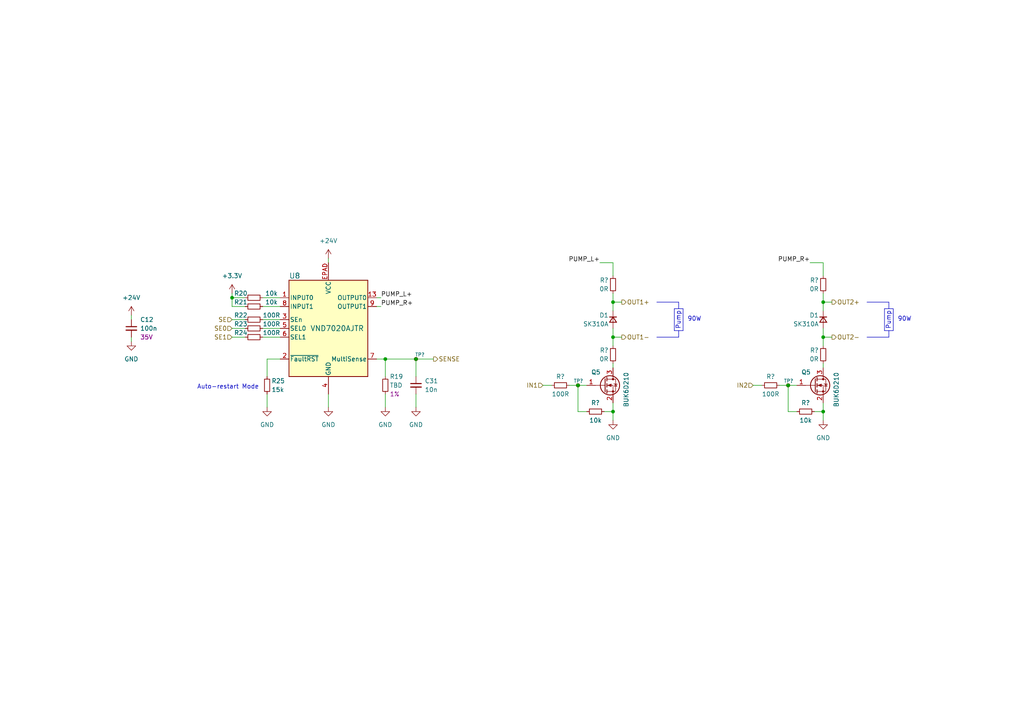
<source format=kicad_sch>
(kicad_sch (version 20230121) (generator eeschema)
  (paper "A4")
  (title_block (title "Pumps") (date "2023-10-01") (rev "${REVISION}") (company "Author: I. Kajdan") (comment 1 "Reviewer:"))
  (lib_symbols
    (symbol "Connector:TestPoint_Small" (pin_numbers hide) (pin_names (offset 0.762) hide)
      (property "Reference" "TP" (at 0 3.81 0))
      (property "Value" "TestPoint_Small" (at 0 2.032 0))
      (symbol "TestPoint_Small_0_1"
        (circle (center 0 0) (radius 0.508))
      )
      (symbol "TestPoint_Small_1_1"
        (pin passive line (at 0 0 90) (length 0) (name "1") (number "1"))
      )
    )
    (symbol "Device:C_Small" (pin_numbers hide) (pin_names (offset 0.254) hide)
      (property "Reference" "C" (at 0.254 1.778 0))
      (property "Value" "C_Small" (at 0.254 -2.032 0))
      (symbol "C_Small_0_1"
        (polyline (pts (xy -1.524 -0.508) (xy 1.524 -0.508)) (stroke (width 0.3302)))
        (polyline (pts (xy -1.524 0.508) (xy 1.524 0.508)) (stroke (width 0.3048)))
      )
      (symbol "C_Small_1_1"
        (pin passive line (at 0 2.54 270) (length 2.032) (name "~") (number "1"))
        (pin passive line (at 0 -2.54 90) (length 2.032) (name "~") (number "2"))
      )
    )
    (symbol "Device:D_Small" (pin_numbers hide) (pin_names (offset 0.254) hide)
      (property "Reference" "D" (at -1.27 2.032 0))
      (property "Value" "D_Small" (at -3.81 -2.032 0))
      (symbol "D_Small_0_1"
        (polyline (pts (xy -0.762 -1.016) (xy -0.762 1.016)) (stroke (width 0.254)))
        (polyline (pts (xy -0.762 0) (xy 0.762 0)))
        (polyline (pts (xy 0.762 -1.016) (xy -0.762 0) (xy 0.762 1.016) (xy 0.762 -1.016)) (stroke (width 0.254)))
      )
      (symbol "D_Small_1_1"
        (pin passive line (at -2.54 0 0) (length 1.778) (name "K") (number "1"))
        (pin passive line (at 2.54 0 180) (length 1.778) (name "A") (number "2"))
      )
    )
    (symbol "Device:Q_NMOS_GSD" (pin_names (offset 0) hide)
      (property "Reference" "Q" (at 5.08 1.27 0))
      (property "Value" "Q_NMOS_GSD" (at 5.08 -1.27 0))
      (symbol "Q_NMOS_GSD_0_1"
        (polyline (pts (xy 0.254 0) (xy -2.54 0)))
        (polyline (pts (xy 0.254 1.905) (xy 0.254 -1.905)) (stroke (width 0.254)))
        (polyline (pts (xy 0.762 -1.27) (xy 0.762 -2.286)) (stroke (width 0.254)))
        (polyline (pts (xy 0.762 0.508) (xy 0.762 -0.508)) (stroke (width 0.254)))
        (polyline (pts (xy 0.762 2.286) (xy 0.762 1.27)) (stroke (width 0.254)))
        (polyline (pts (xy 2.54 2.54) (xy 2.54 1.778)))
        (polyline (pts (xy 2.54 -2.54) (xy 2.54 0) (xy 0.762 0)))
        (polyline (pts (xy 0.762 -1.778) (xy 3.302 -1.778) (xy 3.302 1.778) (xy 0.762 1.778)))
        (polyline (pts (xy 1.016 0) (xy 2.032 0.381) (xy 2.032 -0.381) (xy 1.016 0)) (fill (type outline)))
        (polyline (pts (xy 2.794 0.508) (xy 2.921 0.381) (xy 3.683 0.381) (xy 3.81 0.254)))
        (polyline (pts (xy 3.302 0.381) (xy 2.921 -0.254) (xy 3.683 -0.254) (xy 3.302 0.381)))
        (circle (center 1.651 0) (radius 2.794) (stroke (width 0.254)))
        (circle (center 2.54 -1.778) (radius 0.254) (fill (type outline)))
        (circle (center 2.54 1.778) (radius 0.254) (fill (type outline)))
      )
      (symbol "Q_NMOS_GSD_1_1"
        (pin input line (at -5.08 0 0) (length 2.54) (name "G") (number "1"))
        (pin passive line (at 2.54 -5.08 90) (length 2.54) (name "S") (number "2"))
        (pin passive line (at 2.54 5.08 270) (length 2.54) (name "D") (number "3"))
      )
    )
    (symbol "Device:R_Small" (pin_numbers hide) (pin_names (offset 0.254) hide)
      (property "Reference" "R" (at 0.762 0.508 0))
      (property "Value" "R_Small" (at 0.762 -1.016 0))
      (symbol "R_Small_0_1"
        (rectangle (start -0.762 1.778) (end 0.762 -1.778) (stroke (width 0.2032)))
      )
      (symbol "R_Small_1_1"
        (pin passive line (at 0 2.54 270) (length 0.762) (name "~") (number "1"))
        (pin passive line (at 0 -2.54 90) (length 0.762) (name "~") (number "2"))
      )
    )
    (symbol "VND7020AJTR:VND7020AJTR" (pin_names (offset 0.254))
      (property "Reference" "U" (at -11.43 15.24 0))
      (property "Value" "VND7020AJTR" (at 2.54 0 0))
      (symbol "VND7020AJTR_0_1"
        (rectangle (start -11.43 13.97) (end 11.43 -13.97) (stroke (width 0.254)) (fill (type background)))
      )
      (symbol "VND7020AJTR_1_1"
        (pin input line (at -13.97 8.89 0) (length 2.54) (name "INPUT0") (number "1"))
        (pin output line (at 13.97 6.35 180) (length 2.54) hide (name "OUTPUT1") (number "10"))
        (pin output line (at 13.97 6.35 180) (length 2.54) hide (name "OUTPUT1") (number "11"))
        (pin output line (at 13.97 6.35 180) (length 2.54) hide (name "OUTPUT1") (number "12"))
        (pin output line (at 13.97 8.89 180) (length 2.54) (name "OUTPUT0") (number "13"))
        (pin output line (at 13.97 8.89 180) (length 2.54) hide (name "OUTPUT0") (number "14"))
        (pin output line (at 13.97 8.89 180) (length 2.54) hide (name "OUTPUT0") (number "15"))
        (pin output line (at 13.97 8.89 180) (length 2.54) hide (name "OUTPUT0") (number "16"))
        (pin input line (at -13.97 -8.89 0) (length 2.54) (name "~{FaultRST}") (number "2"))
        (pin input line (at -13.97 2.54 0) (length 2.54) (name "SEn") (number "3"))
        (pin power_in line (at 0 -19.05 90) (length 5.08) (name "GND") (number "4"))
        (pin input line (at -13.97 0 0) (length 2.54) (name "SEL0") (number "5"))
        (pin input line (at -13.97 -2.54 0) (length 2.54) (name "SEL1") (number "6"))
        (pin passive line (at 13.97 -8.89 180) (length 2.54) (name "MultiSense") (number "7"))
        (pin input line (at -13.97 6.35 0) (length 2.54) (name "INPUT1") (number "8"))
        (pin output line (at 13.97 6.35 180) (length 2.54) (name "OUTPUT1") (number "9"))
        (pin power_in line (at 0 19.05 270) (length 5.08) (name "VCC") (number "EPAD"))
      )
    )
    (symbol "power:+24V" (power) (pin_names (offset 0))
      (property "Value" "+24V" (at 0 3.556 0))
      (symbol "+24V_0_1"
        (polyline (pts (xy -0.762 1.27) (xy 0 2.54)))
        (polyline (pts (xy 0 0) (xy 0 2.54)))
        (polyline (pts (xy 0 2.54) (xy 0.762 1.27)))
      )
      (symbol "+24V_1_1"
        (pin power_in line (at 0 0 90) (length 0) hide (name "+24V") (number "1"))
      )
    )
    (symbol "power:+3.3V" (power) (pin_names (offset 0))
      (property "Value" "+3.3V" (at 0 3.556 0))
      (symbol "+3.3V_0_1"
        (polyline (pts (xy -0.762 1.27) (xy 0 2.54)))
        (polyline (pts (xy 0 0) (xy 0 2.54)))
        (polyline (pts (xy 0 2.54) (xy 0.762 1.27)))
      )
      (symbol "+3.3V_1_1"
        (pin power_in line (at 0 0 90) (length 0) hide (name "+3.3V") (number "1"))
      )
    )
    (symbol "power:GND" (power) (pin_names (offset 0))
      (property "Value" "GND" (at 0 -3.81 0))
      (symbol "GND_0_1"
        (polyline (pts (xy 0 0) (xy 0 -1.27) (xy 1.27 -1.27) (xy 0 -2.54) (xy -1.27 -1.27) (xy 0 -1.27)))
      )
      (symbol "GND_1_1"
        (pin power_in line (at 0 0 270) (length 0) hide (name "GND") (number "1"))
      )
    )
  )
  (junction (at 120.65 104.14))
  (junction (at 111.76 104.14))
  (junction (at 177.8 87.63))
  (junction (at 177.8 97.79))
  (junction (at 228.6 111.76))
  (junction (at 177.8 119.38))
  (junction (at 67.31 86.36))
  (junction (at 238.76 119.38))
  (junction (at 238.76 87.63))
  (junction (at 167.64 111.76))
  (junction (at 238.76 97.79))
  (polyline (pts (xy 259.08 89.535) (xy 259.08 95.885)))
  (wire (pts (xy 218.44 111.76) (xy 220.98 111.76)))
  (wire (pts (xy 95.25 114.3) (xy 95.25 118.11)))
  (polyline (pts (xy 259.08 95.885) (xy 256.54 95.885)))
  (wire (pts (xy 120.65 104.14) (xy 125.73 104.14)))
  (wire (pts (xy 110.49 88.9) (xy 109.22 88.9)))
  (polyline (pts (xy 198.12 89.535) (xy 198.12 95.885)))
  (polyline (pts (xy 256.54 89.535) (xy 259.08 89.535)))
  (wire (pts (xy 76.2 97.79) (xy 81.28 97.79)))
  (polyline (pts (xy 196.85 87.63) (xy 196.85 89.535)))
  (wire (pts (xy 77.47 114.3) (xy 77.47 118.11)))
  (polyline (pts (xy 251.46 97.79) (xy 257.81 97.79)))
  (wire (pts (xy 177.8 116.84) (xy 177.8 119.38)))
  (wire (pts (xy 67.31 95.25) (xy 71.12 95.25)))
  (wire (pts (xy 111.76 114.3) (xy 111.76 118.11)))
  (wire (pts (xy 76.2 92.71) (xy 81.28 92.71)))
  (wire (pts (xy 241.3 97.79) (xy 238.76 97.79)))
  (wire (pts (xy 238.76 97.79) (xy 238.76 100.33)))
  (wire (pts (xy 238.76 87.63) (xy 238.76 90.17)))
  (wire (pts (xy 177.8 87.63) (xy 177.8 90.17)))
  (wire (pts (xy 238.76 87.63) (xy 241.3 87.63)))
  (wire (pts (xy 238.76 85.09) (xy 238.76 87.63)))
  (wire (pts (xy 111.76 104.14) (xy 120.65 104.14)))
  (wire (pts (xy 234.95 76.2) (xy 238.76 76.2)))
  (wire (pts (xy 236.22 119.38) (xy 238.76 119.38)))
  (wire (pts (xy 76.2 95.25) (xy 81.28 95.25)))
  (wire (pts (xy 167.64 119.38) (xy 170.18 119.38)))
  (wire (pts (xy 77.47 104.14) (xy 77.47 109.22)))
  (polyline (pts (xy 195.58 89.535) (xy 198.12 89.535)))
  (wire (pts (xy 228.6 111.76) (xy 231.14 111.76)))
  (polyline (pts (xy 190.5 97.79) (xy 196.85 97.79)))
  (wire (pts (xy 67.31 92.71) (xy 71.12 92.71)))
  (wire (pts (xy 95.25 74.93) (xy 95.25 76.2)))
  (wire (pts (xy 238.76 80.01) (xy 238.76 76.2)))
  (wire (pts (xy 167.64 111.76) (xy 167.64 119.38)))
  (wire (pts (xy 177.8 85.09) (xy 177.8 87.63)))
  (polyline (pts (xy 195.58 95.885) (xy 195.58 89.535)))
  (wire (pts (xy 109.22 104.14) (xy 111.76 104.14)))
  (wire (pts (xy 238.76 119.38) (xy 238.76 121.92)))
  (wire (pts (xy 175.26 119.38) (xy 177.8 119.38)))
  (wire (pts (xy 157.48 111.76) (xy 160.02 111.76)))
  (wire (pts (xy 173.99 76.2) (xy 177.8 76.2)))
  (wire (pts (xy 165.1 111.76) (xy 167.64 111.76)))
  (polyline (pts (xy 257.81 87.63) (xy 257.81 89.535)))
  (wire (pts (xy 177.8 97.79) (xy 177.8 100.33)))
  (wire (pts (xy 167.64 111.76) (xy 170.18 111.76)))
  (wire (pts (xy 111.76 104.14) (xy 111.76 109.22)))
  (polyline (pts (xy 190.5 87.63) (xy 196.85 87.63)))
  (wire (pts (xy 180.34 97.79) (xy 177.8 97.79)))
  (wire (pts (xy 67.31 86.36) (xy 67.31 88.9)))
  (wire (pts (xy 177.8 80.01) (xy 177.8 76.2)))
  (wire (pts (xy 177.8 105.41) (xy 177.8 106.68)))
  (wire (pts (xy 120.65 114.3) (xy 120.65 118.11)))
  (wire (pts (xy 76.2 86.36) (xy 81.28 86.36)))
  (wire (pts (xy 228.6 119.38) (xy 231.14 119.38)))
  (wire (pts (xy 238.76 105.41) (xy 238.76 106.68)))
  (wire (pts (xy 77.47 104.14) (xy 81.28 104.14)))
  (polyline (pts (xy 251.46 87.63) (xy 257.81 87.63)))
  (wire (pts (xy 67.31 86.36) (xy 71.12 86.36)))
  (wire (pts (xy 76.2 88.9) (xy 81.28 88.9)))
  (wire (pts (xy 226.06 111.76) (xy 228.6 111.76)))
  (wire (pts (xy 67.31 88.9) (xy 71.12 88.9)))
  (wire (pts (xy 67.31 85.09) (xy 67.31 86.36)))
  (polyline (pts (xy 256.54 95.885) (xy 256.54 89.535)))
  (wire (pts (xy 228.6 111.76) (xy 228.6 119.38)))
  (wire (pts (xy 238.76 95.25) (xy 238.76 97.79)))
  (wire (pts (xy 38.1 97.79) (xy 38.1 99.06)))
  (wire (pts (xy 177.8 87.63) (xy 180.34 87.63)))
  (wire (pts (xy 177.8 119.38) (xy 177.8 121.92)))
  (wire (pts (xy 110.49 86.36) (xy 109.22 86.36)))
  (wire (pts (xy 238.76 116.84) (xy 238.76 119.38)))
  (polyline (pts (xy 198.12 95.885) (xy 195.58 95.885)))
  (polyline (pts (xy 196.85 95.885) (xy 196.85 97.79)))
  (wire (pts (xy 67.31 97.79) (xy 71.12 97.79)))
  (wire (pts (xy 177.8 95.25) (xy 177.8 97.79)))
  (polyline (pts (xy 257.81 95.885) (xy 257.81 97.79)))
  (wire (pts (xy 120.65 104.14) (xy 120.65 109.22)))
  (wire (pts (xy 38.1 91.44) (xy 38.1 92.71)))
  (text "90W" (at 199.39 93.345 0) (effects (font (size 1.27 1.27)) (justify left bottom)))
  (text "Auto-restart Mode" (at 57.15 113.03 0) (effects (font (size 1.27 1.27)) (justify left bottom)))
  (text "Pump" (at 197.485 95.631 90) (effects (font (size 1.27 1.27)) (justify left bottom)))
  (text "Pump" (at 258.445 95.631 90) (effects (font (size 1.27 1.27)) (justify left bottom)))
  (text "90W" (at 260.35 93.345 0) (effects (font (size 1.27 1.27)) (justify left bottom)))
  (label "PUMP_L+" (at 173.99 76.2 180))
  (label "PUMP_R+" (at 234.95 76.2 180))
  (label "PUMP_R+" (at 110.49 88.9 0))
  (label "PUMP_L+" (at 110.49 86.36 0))
  (hierarchical_label "IN2" (shape input) (at 218.44 111.76 180))
  (hierarchical_label "OUT1+" (shape output) (at 180.34 87.63 0))
  (hierarchical_label "SE" (shape input) (at 67.31 92.71 180))
  (hierarchical_label "IN1" (shape input) (at 157.48 111.76 180))
  (hierarchical_label "OUT2-" (shape output) (at 241.3 97.79 0))
  (hierarchical_label "SE1" (shape input) (at 67.31 97.79 180))
  (hierarchical_label "OUT2+" (shape output) (at 241.3 87.63 0))
  (hierarchical_label "SENSE" (shape output) (at 125.73 104.14 0))
  (hierarchical_label "OUT1-" (shape output) (at 180.34 97.79 0))
  (hierarchical_label "SE0" (shape input) (at 67.31 95.25 180))
  (symbol (lib_id "Connector:TestPoint_Small") (at 167.64 111.76 0) (unit 1)
    (property "Reference" "TP?" (at 166.37 110.49 0) (effects (font (size 1 1)) (justify left)))
    (property "Value" "TestPoint_Small" (effects hide))
    (property "Footprint" "TestPoint:TestPoint_Pad_D1.0mm" (effects hide))
    (instances (project "rearbox" (path "" (reference "TP?") (unit 1)) (path "" (reference "TP3") (unit 1)) (path "" (reference "TP1") (unit 1)) (path "" (reference "TP43") (unit 1)) (path "" (reference "TP16") (unit 1)) (path "" (reference "TP20") (unit 1))))
  )
  (symbol (lib_id "Device:R_Small") (at 238.76 102.87 180) (unit 1)
    (property "Reference" "R?" (at 237.49 101.6 0) (effects (justify left)))
    (property "Value" "0R" (at 237.49 104.14 0) (effects (justify left)))
    (property "Footprint" "Resistor_SMD:R_0603_1608Metric" (effects hide))
    (instances (project "rearbox" (path "" (reference "R?") (unit 1)) (path "" (reference "R?") (unit 1)) (path "" (reference "R96") (unit 1)) (path "" (reference "R?") (unit 1)) (path "" (reference "R34") (unit 1)) (path "" (reference "R44") (unit 1))) (project "Traction_Control_System" (path "" (reference "R?") (unit 1)) (path "" (reference "R?") (unit 1))))
  )
  (symbol (lib_id "power:+24V") (at 95.25 74.93 0) (unit 1)
    (property "Reference" "#PWR020" (effects hide))
    (property "Value" "+24V" (at 95.25 69.85 0))
    (instances (project "rearbox" (path "" (reference "#PWR020") (unit 1)) (path "" (reference "#PWR071") (unit 1)) (path "" (reference "#PWR085") (unit 1))))
  )
  (symbol (lib_id "Device:R_Small") (at 223.52 111.76 270) (unit 1)
    (property "Reference" "R?" (at 223.52 109.22 90))
    (property "Value" "100R" (at 223.52 114.3 90))
    (property "Footprint" "Resistor_SMD:R_0603_1608Metric" (effects hide))
    (instances (project "rearbox" (path "" (reference "R?") (unit 1)) (path "" (reference "R?") (unit 1)) (path "" (reference "R94") (unit 1)) (path "" (reference "R?") (unit 1)) (path "" (reference "R31") (unit 1)) (path "" (reference "R41") (unit 1))) (project "Traction_Control_System" (path "" (reference "R?") (unit 1)) (path "" (reference "R?") (unit 1))))
  )
  (symbol (lib_id "Device:D_Small") (at 238.76 92.71 90) (mirror x) (unit 1)
    (property "Reference" "D1" (at 237.49 91.44 90) (effects (justify left)))
    (property "Value" "SK310A" (at 237.49 93.98 90) (effects (justify left)))
    (property "Footprint" "Diode_SMD:D_SMA" (effects hide))
    (property "Datasheet" "https://www.smc-diodes.com/propdf/SK310A%20N0945%20REV.A.pdf" (effects hide))
    (instances (project "control_board" (path "" (reference "D1") (unit 1))) (project "rearbox" (path "" (reference "D1") (unit 1)) (path "" (reference "D4") (unit 1)) (path "" (reference "D6") (unit 1))))
  )
  (symbol (lib_id "Device:R_Small") (at 233.68 119.38 270) (unit 1)
    (property "Reference" "R?" (at 233.68 116.84 90))
    (property "Value" "10k" (at 233.68 121.92 90))
    (property "Footprint" "Resistor_SMD:R_0603_1608Metric" (effects hide))
    (instances (project "DV_ASSI" (path "" (reference "R?") (unit 1))) (project "rearbox" (path "" (reference "R37") (unit 1)) (path "" (reference "R22") (unit 1)) (path "" (reference "R42") (unit 1)) (path "" (reference "R32") (unit 1))))
  )
  (symbol (lib_id "Connector:TestPoint_Small") (at 120.65 104.14 0) (unit 1)
    (property "Reference" "TP?" (at 123.19 102.87 0) (effects (font (size 1 1)) (justify right)))
    (property "Value" "TestPoint_Small" (effects hide))
    (property "Footprint" "TestPoint:TestPoint_Pad_D1.0mm" (effects hide))
    (instances (project "rearbox" (path "" (reference "TP?") (unit 1)) (path "" (reference "TP3") (unit 1)) (path "" (reference "TP1") (unit 1)) (path "" (reference "TP49") (unit 1)) (path "" (reference "TP1") (unit 1)) (path "" (reference "TP15") (unit 1)) (path "" (reference "TP19") (unit 1))))
  )
  (symbol (lib_id "Device:R_Small") (at 172.72 119.38 270) (unit 1)
    (property "Reference" "R?" (at 172.72 116.84 90))
    (property "Value" "10k" (at 172.72 121.92 90))
    (property "Footprint" "Resistor_SMD:R_0603_1608Metric" (effects hide))
    (instances (project "DV_ASSI" (path "" (reference "R?") (unit 1))) (project "rearbox" (path "" (reference "R37") (unit 1)) (path "" (reference "R22") (unit 1)) (path "" (reference "R38") (unit 1)) (path "" (reference "R28") (unit 1))))
  )
  (symbol (lib_id "power:GND") (at 38.1 99.06 0) (unit 1)
    (property "Reference" "#PWR?" (effects hide))
    (property "Value" "GND" (at 38.1 104.14 0))
    (instances (project "rearbox" (path "" (reference "#PWR?") (unit 1)) (path "" (reference "#PWR?") (unit 1)) (path "" (reference "#PWR0130") (unit 1)) (path "" (reference "#PWR?") (unit 1)) (path "" (reference "#PWR069") (unit 1)) (path "" (reference "#PWR082") (unit 1))) (project "Traction_Control_System" (path "" (reference "#PWR?") (unit 1)) (path "" (reference "#PWR?") (unit 1))))
  )
  (symbol (lib_id "Device:C_Small") (at 38.1 95.25 0) (mirror y) (unit 1)
    (property "Reference" "C12" (at 40.64 92.71 0) (effects (justify right)))
    (property "Value" "100n" (at 40.64 95.25 0) (effects (justify right)))
    (property "Footprint" "Capacitor_SMD:C_0603_1608Metric" (effects hide))
    (property "Rated Voltage" "35V" (at 40.64 97.79 0) (effects (justify right)))
    (instances (project "rearbox" (path "" (reference "C12") (unit 1)) (path "" (reference "C30") (unit 1)) (path "" (reference "C33") (unit 1))))
  )
  (symbol (lib_id "Device:R_Small") (at 73.66 88.9 90) (mirror x) (unit 1)
    (property "Reference" "R21" (at 69.85 87.63 90))
    (property "Value" "10k" (at 78.74 87.63 90))
    (property "Footprint" "Resistor_SMD:R_0603_1608Metric" (effects hide))
    (instances (project "rearbox" (path "" (reference "R21") (unit 1)) (path "" (reference "R31") (unit 1))))
  )
  (symbol (lib_id "Device:R_Small") (at 73.66 95.25 90) (mirror x) (unit 1)
    (property "Reference" "R23" (at 69.85 93.98 90))
    (property "Value" "100R" (at 78.74 93.98 90))
    (property "Footprint" "Resistor_SMD:R_0603_1608Metric" (effects hide))
    (instances (project "rearbox" (path "" (reference "R23") (unit 1)) (path "" (reference "R33") (unit 1))))
  )
  (symbol (lib_id "power:GND") (at 177.8 121.92 0) (unit 1)
    (property "Reference" "#PWR?" (effects hide))
    (property "Value" "GND" (at 177.8 127 0))
    (instances (project "rearbox" (path "" (reference "#PWR?") (unit 1)) (path "" (reference "#PWR?") (unit 1)) (path "" (reference "#PWR0130") (unit 1)) (path "" (reference "#PWR?") (unit 1)) (path "" (reference "#PWR075") (unit 1)) (path "" (reference "#PWR089") (unit 1))) (project "Traction_Control_System" (path "" (reference "#PWR?") (unit 1)) (path "" (reference "#PWR?") (unit 1))))
  )
  (symbol (lib_id "VND7020AJTR:VND7020AJTR") (at 95.25 95.25 0) (unit 1)
    (property "Reference" "U8" (at 83.82 80.01 0) (effects (font (size 1.524 1.524)) (justify left)))
    (property "Value" "VND7020AJTR" (at 97.79 95.25 0) (effects (font (size 1.524 1.524))))
    (property "Footprint" "Local_Library:VND7020AJTR" (effects hide))
    (property "Datasheet" "https://www.mouser.pl/datasheet/2/389/vnd7020aj-1852633.pdf" (effects hide))
  )
  (symbol (lib_id "Connector:TestPoint_Small") (at 228.6 111.76 0) (unit 1)
    (property "Reference" "TP?" (at 227.33 110.49 0) (effects (font (size 1 1)) (justify left)))
    (property "Value" "TestPoint_Small" (effects hide))
    (property "Footprint" "TestPoint:TestPoint_Pad_D1.0mm" (effects hide))
    (instances (project "rearbox" (path "" (reference "TP?") (unit 1)) (path "" (reference "TP3") (unit 1)) (path "" (reference "TP1") (unit 1)) (path "" (reference "TP43") (unit 1)) (path "" (reference "TP17") (unit 1)) (path "" (reference "TP21") (unit 1))))
  )
  (symbol (lib_id "power:GND") (at 95.25 118.11 0) (unit 1)
    (property "Reference" "#PWR?" (effects hide))
    (property "Value" "GND" (at 95.25 123.19 0))
    (instances (project "rearbox" (path "" (reference "#PWR?") (unit 1)) (path "" (reference "#PWR?") (unit 1)) (path "" (reference "#PWR0130") (unit 1)) (path "" (reference "#PWR?") (unit 1)) (path "" (reference "#PWR072") (unit 1)) (path "" (reference "#PWR086") (unit 1))) (project "Traction_Control_System" (path "" (reference "#PWR?") (unit 1)) (path "" (reference "#PWR?") (unit 1))))
  )
  (symbol (lib_id "Device:R_Small") (at 162.56 111.76 270) (unit 1)
    (property "Reference" "R?" (at 162.56 109.22 90))
    (property "Value" "100R" (at 162.56 114.3 90))
    (property "Footprint" "Resistor_SMD:R_0603_1608Metric" (effects hide))
    (instances (project "rearbox" (path "" (reference "R?") (unit 1)) (path "" (reference "R?") (unit 1)) (path "" (reference "R94") (unit 1)) (path "" (reference "R?") (unit 1)) (path "" (reference "R27") (unit 1)) (path "" (reference "R37") (unit 1))) (project "Traction_Control_System" (path "" (reference "R?") (unit 1)) (path "" (reference "R?") (unit 1))))
  )
  (symbol (lib_id "Device:Q_NMOS_GSD") (at 236.22 111.76 0) (unit 1)
    (property "Reference" "Q5" (at 232.41 107.95 0) (effects (justify left)))
    (property "Value" "BUK6D210" (at 242.57 118.11 90) (effects (justify left)))
    (property "Footprint" "Package_DFN_QFN:Diodes_UDFN2020-6_Type-F" (effects hide))
    (property "Datasheet" "https://www.mouser.pl/datasheet/2/916/BUK6D210_60E-1596115.pdf" (effects hide))
    (instances (project "rearbox" (path "" (reference "Q5") (unit 1)) (path "" (reference "Q10") (unit 1)) (path "" (reference "Q3") (unit 1)) (path "" (reference "Q5") (unit 1))))
  )
  (symbol (lib_id "power:+3.3V") (at 67.31 85.09 0) (unit 1)
    (property "Reference" "#PWR010" (effects hide))
    (property "Value" "+3.3V" (at 67.31 80.01 0))
    (instances (project "rearbox" (path "" (reference "#PWR010") (unit 1)) (path "" (reference "#PWR0203") (unit 1)) (path "" (reference "#PWR083") (unit 1))))
  )
  (symbol (lib_id "Device:Q_NMOS_GSD") (at 175.26 111.76 0) (unit 1)
    (property "Reference" "Q5" (at 171.45 107.95 0) (effects (justify left)))
    (property "Value" "BUK6D210" (at 181.61 118.11 90) (effects (justify left)))
    (property "Footprint" "Package_DFN_QFN:Diodes_UDFN2020-6_Type-F" (effects hide))
    (property "Datasheet" "https://www.mouser.pl/datasheet/2/916/BUK6D210_60E-1596115.pdf" (effects hide))
    (instances (project "rearbox" (path "" (reference "Q5") (unit 1)) (path "" (reference "Q10") (unit 1)) (path "" (reference "Q2") (unit 1)) (path "" (reference "Q4") (unit 1))))
  )
  (symbol (lib_id "Device:R_Small") (at 73.66 97.79 90) (mirror x) (unit 1)
    (property "Reference" "R24" (at 69.85 96.52 90))
    (property "Value" "100R" (at 78.74 96.52 90))
    (property "Footprint" "Resistor_SMD:R_0603_1608Metric" (effects hide))
    (instances (project "rearbox" (path "" (reference "R24") (unit 1)) (path "" (reference "R34") (unit 1))))
  )
  (symbol (lib_id "Device:D_Small") (at 177.8 92.71 90) (mirror x) (unit 1)
    (property "Reference" "D1" (at 176.53 91.44 90) (effects (justify left)))
    (property "Value" "SK310A" (at 176.53 93.98 90) (effects (justify left)))
    (property "Footprint" "Diode_SMD:D_SMA" (effects hide))
    (property "Datasheet" "https://www.smc-diodes.com/propdf/SK310A%20N0945%20REV.A.pdf" (effects hide))
    (instances (project "control_board" (path "" (reference "D1") (unit 1))) (project "rearbox" (path "" (reference "D1") (unit 1)) (path "" (reference "D3") (unit 1)) (path "" (reference "D5") (unit 1))))
  )
  (symbol (lib_id "Device:R_Small") (at 73.66 92.71 90) (mirror x) (unit 1)
    (property "Reference" "R22" (at 69.85 91.44 90))
    (property "Value" "100R" (at 78.74 91.44 90))
    (property "Footprint" "Resistor_SMD:R_0603_1608Metric" (effects hide))
    (instances (project "rearbox" (path "" (reference "R22") (unit 1)) (path "" (reference "R32") (unit 1))))
  )
  (symbol (lib_id "Device:R_Small") (at 238.76 82.55 180) (unit 1)
    (property "Reference" "R?" (at 237.49 81.28 0) (effects (justify left)))
    (property "Value" "0R" (at 237.49 83.82 0) (effects (justify left)))
    (property "Footprint" "Resistor_SMD:R_0603_1608Metric" (effects hide))
    (instances (project "rearbox" (path "" (reference "R?") (unit 1)) (path "" (reference "R?") (unit 1)) (path "" (reference "R96") (unit 1)) (path "" (reference "R?") (unit 1)) (path "" (reference "R33") (unit 1)) (path "" (reference "R43") (unit 1))) (project "Traction_Control_System" (path "" (reference "R?") (unit 1)) (path "" (reference "R?") (unit 1))))
  )
  (symbol (lib_id "power:GND") (at 120.65 118.11 0) (unit 1)
    (property "Reference" "#PWR?" (effects hide))
    (property "Value" "GND" (at 120.65 123.19 0))
    (instances (project "rearbox" (path "" (reference "#PWR?") (unit 1)) (path "" (reference "#PWR?") (unit 1)) (path "" (reference "#PWR0130") (unit 1)) (path "" (reference "#PWR?") (unit 1)) (path "" (reference "#PWR074") (unit 1)) (path "" (reference "#PWR088") (unit 1))) (project "Traction_Control_System" (path "" (reference "#PWR?") (unit 1)) (path "" (reference "#PWR?") (unit 1))))
  )
  (symbol (lib_id "Device:R_Small") (at 111.76 111.76 0) (unit 1)
    (property "Reference" "R19" (at 113.03 109.22 0) (effects (justify left)))
    (property "Value" "TBD" (at 113.03 111.76 0) (effects (justify left)))
    (property "Footprint" "Resistor_SMD:R_0603_1608Metric" (effects hide))
    (property "Tolerance" "1%" (at 113.03 114.3 0) (effects (justify left)))
    (instances (project "rearbox" (path "" (reference "R19") (unit 1)) (path "" (reference "R36") (unit 1))))
  )
  (symbol (lib_id "Device:R_Small") (at 177.8 102.87 180) (unit 1)
    (property "Reference" "R?" (at 176.53 101.6 0) (effects (justify left)))
    (property "Value" "0R" (at 176.53 104.14 0) (effects (justify left)))
    (property "Footprint" "Resistor_SMD:R_0603_1608Metric" (effects hide))
    (instances (project "rearbox" (path "" (reference "R?") (unit 1)) (path "" (reference "R?") (unit 1)) (path "" (reference "R96") (unit 1)) (path "" (reference "R?") (unit 1)) (path "" (reference "R30") (unit 1)) (path "" (reference "R40") (unit 1))) (project "Traction_Control_System" (path "" (reference "R?") (unit 1)) (path "" (reference "R?") (unit 1))))
  )
  (symbol (lib_id "power:+24V") (at 38.1 91.44 0) (unit 1)
    (property "Reference" "#PWR020" (effects hide))
    (property "Value" "+24V" (at 38.1 86.36 0))
    (instances (project "rearbox" (path "" (reference "#PWR020") (unit 1)) (path "" (reference "#PWR068") (unit 1)) (path "" (reference "#PWR081") (unit 1))))
  )
  (symbol (lib_id "Device:R_Small") (at 77.47 111.76 0) (unit 1)
    (property "Reference" "R25" (at 78.74 110.49 0) (effects (justify left)))
    (property "Value" "15k" (at 78.74 113.03 0) (effects (justify left)))
    (property "Footprint" "Resistor_SMD:R_0603_1608Metric" (effects hide))
    (instances (project "rearbox" (path "" (reference "R25") (unit 1)) (path "" (reference "R35") (unit 1))))
  )
  (symbol (lib_id "power:GND") (at 111.76 118.11 0) (unit 1)
    (property "Reference" "#PWR?" (effects hide))
    (property "Value" "GND" (at 111.76 123.19 0))
    (instances (project "rearbox" (path "" (reference "#PWR?") (unit 1)) (path "" (reference "#PWR?") (unit 1)) (path "" (reference "#PWR0130") (unit 1)) (path "" (reference "#PWR?") (unit 1)) (path "" (reference "#PWR073") (unit 1)) (path "" (reference "#PWR087") (unit 1))) (project "Traction_Control_System" (path "" (reference "#PWR?") (unit 1)) (path "" (reference "#PWR?") (unit 1))))
  )
  (symbol (lib_id "Device:R_Small") (at 177.8 82.55 180) (unit 1)
    (property "Reference" "R?" (at 176.53 81.28 0) (effects (justify left)))
    (property "Value" "0R" (at 176.53 83.82 0) (effects (justify left)))
    (property "Footprint" "Resistor_SMD:R_0603_1608Metric" (effects hide))
    (instances (project "rearbox" (path "" (reference "R?") (unit 1)) (path "" (reference "R?") (unit 1)) (path "" (reference "R96") (unit 1)) (path "" (reference "R?") (unit 1)) (path "" (reference "R29") (unit 1)) (path "" (reference "R39") (unit 1))) (project "Traction_Control_System" (path "" (reference "R?") (unit 1)) (path "" (reference "R?") (unit 1))))
  )
  (symbol (lib_id "power:GND") (at 238.76 121.92 0) (unit 1)
    (property "Reference" "#PWR?" (effects hide))
    (property "Value" "GND" (at 238.76 127 0))
    (instances (project "rearbox" (path "" (reference "#PWR?") (unit 1)) (path "" (reference "#PWR?") (unit 1)) (path "" (reference "#PWR0130") (unit 1)) (path "" (reference "#PWR?") (unit 1)) (path "" (reference "#PWR076") (unit 1)) (path "" (reference "#PWR090") (unit 1))) (project "Traction_Control_System" (path "" (reference "#PWR?") (unit 1)) (path "" (reference "#PWR?") (unit 1))))
  )
  (symbol (lib_id "Device:C_Small") (at 120.65 111.76 0) (unit 1)
    (property "Reference" "C31" (at 123.19 110.4963 0) (effects (justify left)))
    (property "Value" "10n" (at 123.19 113.0363 0) (effects (justify left)))
    (property "Footprint" "Capacitor_SMD:C_0603_1608Metric" (effects hide))
    (instances (project "rearbox" (path "" (reference "C31") (unit 1)) (path "" (reference "C34") (unit 1))))
  )
  (symbol (lib_id "power:GND") (at 77.47 118.11 0) (unit 1)
    (property "Reference" "#PWR?" (effects hide))
    (property "Value" "GND" (at 77.47 123.19 0))
    (instances (project "rearbox" (path "" (reference "#PWR?") (unit 1)) (path "" (reference "#PWR?") (unit 1)) (path "" (reference "#PWR0130") (unit 1)) (path "" (reference "#PWR?") (unit 1)) (path "" (reference "#PWR070") (unit 1)) (path "" (reference "#PWR084") (unit 1))) (project "Traction_Control_System" (path "" (reference "#PWR?") (unit 1)) (path "" (reference "#PWR?") (unit 1))))
  )
  (symbol (lib_id "Device:R_Small") (at 73.66 86.36 90) (mirror x) (unit 1)
    (property "Reference" "R20" (at 69.85 85.09 90))
    (property "Value" "10k" (at 78.74 85.09 90))
    (property "Footprint" "Resistor_SMD:R_0603_1608Metric" (effects hide))
    (instances (project "rearbox" (path "" (reference "R20") (unit 1)) (path "" (reference "R30") (unit 1))))
  )
)
</source>
